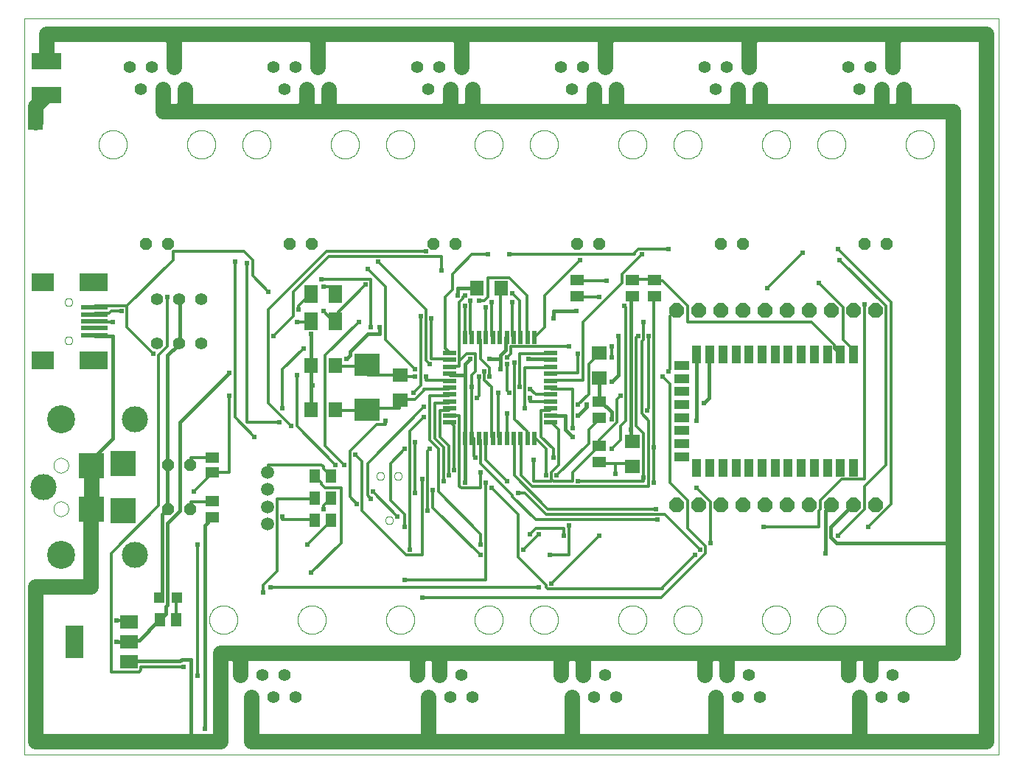
<source format=gtl>
G75*
%MOIN*%
%OFA0B0*%
%FSLAX24Y24*%
%IPPOS*%
%LPD*%
%AMOC8*
5,1,8,0,0,1.08239X$1,22.5*
%
%ADD10C,0.0000*%
%ADD11C,0.0554*%
%ADD12OC8,0.0520*%
%ADD13R,0.0472X0.0472*%
%ADD14R,0.0512X0.0591*%
%ADD15C,0.1181*%
%ADD16C,0.1266*%
%ADD17R,0.1181X0.1181*%
%ADD18R,0.0591X0.0512*%
%ADD19R,0.1339X0.0748*%
%ADD20R,0.0709X0.0630*%
%ADD21C,0.0551*%
%ADD22R,0.0197X0.0591*%
%ADD23R,0.0591X0.0197*%
%ADD24R,0.0630X0.0709*%
%ADD25R,0.0710X0.0630*%
%ADD26R,0.0630X0.0512*%
%ADD27R,0.1181X0.0984*%
%ADD28R,0.0984X0.0787*%
%ADD29R,0.1299X0.0787*%
%ADD30R,0.1220X0.0197*%
%ADD31R,0.0630X0.0787*%
%ADD32R,0.0394X0.0787*%
%ADD33R,0.0709X0.0394*%
%ADD34R,0.0790X0.0590*%
%ADD35R,0.0790X0.1500*%
%ADD36R,0.0512X0.0630*%
%ADD37C,0.0594*%
%ADD38OC8,0.0660*%
%ADD39C,0.0700*%
%ADD40C,0.0180*%
%ADD41C,0.0240*%
%ADD42C,0.0120*%
%ADD43R,0.0650X0.0650*%
D10*
X003100Y002000D02*
X003100Y035296D01*
X047170Y035296D01*
X047170Y002000D01*
X003100Y002000D01*
X011460Y008100D02*
X011462Y008150D01*
X011468Y008200D01*
X011478Y008249D01*
X011491Y008298D01*
X011509Y008345D01*
X011530Y008391D01*
X011554Y008434D01*
X011582Y008476D01*
X011613Y008516D01*
X011647Y008553D01*
X011684Y008587D01*
X011724Y008618D01*
X011766Y008646D01*
X011809Y008670D01*
X011855Y008691D01*
X011902Y008709D01*
X011951Y008722D01*
X012000Y008732D01*
X012050Y008738D01*
X012100Y008740D01*
X012150Y008738D01*
X012200Y008732D01*
X012249Y008722D01*
X012298Y008709D01*
X012345Y008691D01*
X012391Y008670D01*
X012434Y008646D01*
X012476Y008618D01*
X012516Y008587D01*
X012553Y008553D01*
X012587Y008516D01*
X012618Y008476D01*
X012646Y008434D01*
X012670Y008391D01*
X012691Y008345D01*
X012709Y008298D01*
X012722Y008249D01*
X012732Y008200D01*
X012738Y008150D01*
X012740Y008100D01*
X012738Y008050D01*
X012732Y008000D01*
X012722Y007951D01*
X012709Y007902D01*
X012691Y007855D01*
X012670Y007809D01*
X012646Y007766D01*
X012618Y007724D01*
X012587Y007684D01*
X012553Y007647D01*
X012516Y007613D01*
X012476Y007582D01*
X012434Y007554D01*
X012391Y007530D01*
X012345Y007509D01*
X012298Y007491D01*
X012249Y007478D01*
X012200Y007468D01*
X012150Y007462D01*
X012100Y007460D01*
X012050Y007462D01*
X012000Y007468D01*
X011951Y007478D01*
X011902Y007491D01*
X011855Y007509D01*
X011809Y007530D01*
X011766Y007554D01*
X011724Y007582D01*
X011684Y007613D01*
X011647Y007647D01*
X011613Y007684D01*
X011582Y007724D01*
X011554Y007766D01*
X011530Y007809D01*
X011509Y007855D01*
X011491Y007902D01*
X011478Y007951D01*
X011468Y008000D01*
X011462Y008050D01*
X011460Y008100D01*
X015460Y008100D02*
X015462Y008150D01*
X015468Y008200D01*
X015478Y008249D01*
X015491Y008298D01*
X015509Y008345D01*
X015530Y008391D01*
X015554Y008434D01*
X015582Y008476D01*
X015613Y008516D01*
X015647Y008553D01*
X015684Y008587D01*
X015724Y008618D01*
X015766Y008646D01*
X015809Y008670D01*
X015855Y008691D01*
X015902Y008709D01*
X015951Y008722D01*
X016000Y008732D01*
X016050Y008738D01*
X016100Y008740D01*
X016150Y008738D01*
X016200Y008732D01*
X016249Y008722D01*
X016298Y008709D01*
X016345Y008691D01*
X016391Y008670D01*
X016434Y008646D01*
X016476Y008618D01*
X016516Y008587D01*
X016553Y008553D01*
X016587Y008516D01*
X016618Y008476D01*
X016646Y008434D01*
X016670Y008391D01*
X016691Y008345D01*
X016709Y008298D01*
X016722Y008249D01*
X016732Y008200D01*
X016738Y008150D01*
X016740Y008100D01*
X016738Y008050D01*
X016732Y008000D01*
X016722Y007951D01*
X016709Y007902D01*
X016691Y007855D01*
X016670Y007809D01*
X016646Y007766D01*
X016618Y007724D01*
X016587Y007684D01*
X016553Y007647D01*
X016516Y007613D01*
X016476Y007582D01*
X016434Y007554D01*
X016391Y007530D01*
X016345Y007509D01*
X016298Y007491D01*
X016249Y007478D01*
X016200Y007468D01*
X016150Y007462D01*
X016100Y007460D01*
X016050Y007462D01*
X016000Y007468D01*
X015951Y007478D01*
X015902Y007491D01*
X015855Y007509D01*
X015809Y007530D01*
X015766Y007554D01*
X015724Y007582D01*
X015684Y007613D01*
X015647Y007647D01*
X015613Y007684D01*
X015582Y007724D01*
X015554Y007766D01*
X015530Y007809D01*
X015509Y007855D01*
X015491Y007902D01*
X015478Y007951D01*
X015468Y008000D01*
X015462Y008050D01*
X015460Y008100D01*
X019460Y008100D02*
X019462Y008150D01*
X019468Y008200D01*
X019478Y008249D01*
X019491Y008298D01*
X019509Y008345D01*
X019530Y008391D01*
X019554Y008434D01*
X019582Y008476D01*
X019613Y008516D01*
X019647Y008553D01*
X019684Y008587D01*
X019724Y008618D01*
X019766Y008646D01*
X019809Y008670D01*
X019855Y008691D01*
X019902Y008709D01*
X019951Y008722D01*
X020000Y008732D01*
X020050Y008738D01*
X020100Y008740D01*
X020150Y008738D01*
X020200Y008732D01*
X020249Y008722D01*
X020298Y008709D01*
X020345Y008691D01*
X020391Y008670D01*
X020434Y008646D01*
X020476Y008618D01*
X020516Y008587D01*
X020553Y008553D01*
X020587Y008516D01*
X020618Y008476D01*
X020646Y008434D01*
X020670Y008391D01*
X020691Y008345D01*
X020709Y008298D01*
X020722Y008249D01*
X020732Y008200D01*
X020738Y008150D01*
X020740Y008100D01*
X020738Y008050D01*
X020732Y008000D01*
X020722Y007951D01*
X020709Y007902D01*
X020691Y007855D01*
X020670Y007809D01*
X020646Y007766D01*
X020618Y007724D01*
X020587Y007684D01*
X020553Y007647D01*
X020516Y007613D01*
X020476Y007582D01*
X020434Y007554D01*
X020391Y007530D01*
X020345Y007509D01*
X020298Y007491D01*
X020249Y007478D01*
X020200Y007468D01*
X020150Y007462D01*
X020100Y007460D01*
X020050Y007462D01*
X020000Y007468D01*
X019951Y007478D01*
X019902Y007491D01*
X019855Y007509D01*
X019809Y007530D01*
X019766Y007554D01*
X019724Y007582D01*
X019684Y007613D01*
X019647Y007647D01*
X019613Y007684D01*
X019582Y007724D01*
X019554Y007766D01*
X019530Y007809D01*
X019509Y007855D01*
X019491Y007902D01*
X019478Y007951D01*
X019468Y008000D01*
X019462Y008050D01*
X019460Y008100D01*
X023460Y008100D02*
X023462Y008150D01*
X023468Y008200D01*
X023478Y008249D01*
X023491Y008298D01*
X023509Y008345D01*
X023530Y008391D01*
X023554Y008434D01*
X023582Y008476D01*
X023613Y008516D01*
X023647Y008553D01*
X023684Y008587D01*
X023724Y008618D01*
X023766Y008646D01*
X023809Y008670D01*
X023855Y008691D01*
X023902Y008709D01*
X023951Y008722D01*
X024000Y008732D01*
X024050Y008738D01*
X024100Y008740D01*
X024150Y008738D01*
X024200Y008732D01*
X024249Y008722D01*
X024298Y008709D01*
X024345Y008691D01*
X024391Y008670D01*
X024434Y008646D01*
X024476Y008618D01*
X024516Y008587D01*
X024553Y008553D01*
X024587Y008516D01*
X024618Y008476D01*
X024646Y008434D01*
X024670Y008391D01*
X024691Y008345D01*
X024709Y008298D01*
X024722Y008249D01*
X024732Y008200D01*
X024738Y008150D01*
X024740Y008100D01*
X024738Y008050D01*
X024732Y008000D01*
X024722Y007951D01*
X024709Y007902D01*
X024691Y007855D01*
X024670Y007809D01*
X024646Y007766D01*
X024618Y007724D01*
X024587Y007684D01*
X024553Y007647D01*
X024516Y007613D01*
X024476Y007582D01*
X024434Y007554D01*
X024391Y007530D01*
X024345Y007509D01*
X024298Y007491D01*
X024249Y007478D01*
X024200Y007468D01*
X024150Y007462D01*
X024100Y007460D01*
X024050Y007462D01*
X024000Y007468D01*
X023951Y007478D01*
X023902Y007491D01*
X023855Y007509D01*
X023809Y007530D01*
X023766Y007554D01*
X023724Y007582D01*
X023684Y007613D01*
X023647Y007647D01*
X023613Y007684D01*
X023582Y007724D01*
X023554Y007766D01*
X023530Y007809D01*
X023509Y007855D01*
X023491Y007902D01*
X023478Y007951D01*
X023468Y008000D01*
X023462Y008050D01*
X023460Y008100D01*
X025960Y008100D02*
X025962Y008150D01*
X025968Y008200D01*
X025978Y008249D01*
X025991Y008298D01*
X026009Y008345D01*
X026030Y008391D01*
X026054Y008434D01*
X026082Y008476D01*
X026113Y008516D01*
X026147Y008553D01*
X026184Y008587D01*
X026224Y008618D01*
X026266Y008646D01*
X026309Y008670D01*
X026355Y008691D01*
X026402Y008709D01*
X026451Y008722D01*
X026500Y008732D01*
X026550Y008738D01*
X026600Y008740D01*
X026650Y008738D01*
X026700Y008732D01*
X026749Y008722D01*
X026798Y008709D01*
X026845Y008691D01*
X026891Y008670D01*
X026934Y008646D01*
X026976Y008618D01*
X027016Y008587D01*
X027053Y008553D01*
X027087Y008516D01*
X027118Y008476D01*
X027146Y008434D01*
X027170Y008391D01*
X027191Y008345D01*
X027209Y008298D01*
X027222Y008249D01*
X027232Y008200D01*
X027238Y008150D01*
X027240Y008100D01*
X027238Y008050D01*
X027232Y008000D01*
X027222Y007951D01*
X027209Y007902D01*
X027191Y007855D01*
X027170Y007809D01*
X027146Y007766D01*
X027118Y007724D01*
X027087Y007684D01*
X027053Y007647D01*
X027016Y007613D01*
X026976Y007582D01*
X026934Y007554D01*
X026891Y007530D01*
X026845Y007509D01*
X026798Y007491D01*
X026749Y007478D01*
X026700Y007468D01*
X026650Y007462D01*
X026600Y007460D01*
X026550Y007462D01*
X026500Y007468D01*
X026451Y007478D01*
X026402Y007491D01*
X026355Y007509D01*
X026309Y007530D01*
X026266Y007554D01*
X026224Y007582D01*
X026184Y007613D01*
X026147Y007647D01*
X026113Y007684D01*
X026082Y007724D01*
X026054Y007766D01*
X026030Y007809D01*
X026009Y007855D01*
X025991Y007902D01*
X025978Y007951D01*
X025968Y008000D01*
X025962Y008050D01*
X025960Y008100D01*
X029960Y008100D02*
X029962Y008150D01*
X029968Y008200D01*
X029978Y008249D01*
X029991Y008298D01*
X030009Y008345D01*
X030030Y008391D01*
X030054Y008434D01*
X030082Y008476D01*
X030113Y008516D01*
X030147Y008553D01*
X030184Y008587D01*
X030224Y008618D01*
X030266Y008646D01*
X030309Y008670D01*
X030355Y008691D01*
X030402Y008709D01*
X030451Y008722D01*
X030500Y008732D01*
X030550Y008738D01*
X030600Y008740D01*
X030650Y008738D01*
X030700Y008732D01*
X030749Y008722D01*
X030798Y008709D01*
X030845Y008691D01*
X030891Y008670D01*
X030934Y008646D01*
X030976Y008618D01*
X031016Y008587D01*
X031053Y008553D01*
X031087Y008516D01*
X031118Y008476D01*
X031146Y008434D01*
X031170Y008391D01*
X031191Y008345D01*
X031209Y008298D01*
X031222Y008249D01*
X031232Y008200D01*
X031238Y008150D01*
X031240Y008100D01*
X031238Y008050D01*
X031232Y008000D01*
X031222Y007951D01*
X031209Y007902D01*
X031191Y007855D01*
X031170Y007809D01*
X031146Y007766D01*
X031118Y007724D01*
X031087Y007684D01*
X031053Y007647D01*
X031016Y007613D01*
X030976Y007582D01*
X030934Y007554D01*
X030891Y007530D01*
X030845Y007509D01*
X030798Y007491D01*
X030749Y007478D01*
X030700Y007468D01*
X030650Y007462D01*
X030600Y007460D01*
X030550Y007462D01*
X030500Y007468D01*
X030451Y007478D01*
X030402Y007491D01*
X030355Y007509D01*
X030309Y007530D01*
X030266Y007554D01*
X030224Y007582D01*
X030184Y007613D01*
X030147Y007647D01*
X030113Y007684D01*
X030082Y007724D01*
X030054Y007766D01*
X030030Y007809D01*
X030009Y007855D01*
X029991Y007902D01*
X029978Y007951D01*
X029968Y008000D01*
X029962Y008050D01*
X029960Y008100D01*
X032460Y008100D02*
X032462Y008150D01*
X032468Y008200D01*
X032478Y008249D01*
X032491Y008298D01*
X032509Y008345D01*
X032530Y008391D01*
X032554Y008434D01*
X032582Y008476D01*
X032613Y008516D01*
X032647Y008553D01*
X032684Y008587D01*
X032724Y008618D01*
X032766Y008646D01*
X032809Y008670D01*
X032855Y008691D01*
X032902Y008709D01*
X032951Y008722D01*
X033000Y008732D01*
X033050Y008738D01*
X033100Y008740D01*
X033150Y008738D01*
X033200Y008732D01*
X033249Y008722D01*
X033298Y008709D01*
X033345Y008691D01*
X033391Y008670D01*
X033434Y008646D01*
X033476Y008618D01*
X033516Y008587D01*
X033553Y008553D01*
X033587Y008516D01*
X033618Y008476D01*
X033646Y008434D01*
X033670Y008391D01*
X033691Y008345D01*
X033709Y008298D01*
X033722Y008249D01*
X033732Y008200D01*
X033738Y008150D01*
X033740Y008100D01*
X033738Y008050D01*
X033732Y008000D01*
X033722Y007951D01*
X033709Y007902D01*
X033691Y007855D01*
X033670Y007809D01*
X033646Y007766D01*
X033618Y007724D01*
X033587Y007684D01*
X033553Y007647D01*
X033516Y007613D01*
X033476Y007582D01*
X033434Y007554D01*
X033391Y007530D01*
X033345Y007509D01*
X033298Y007491D01*
X033249Y007478D01*
X033200Y007468D01*
X033150Y007462D01*
X033100Y007460D01*
X033050Y007462D01*
X033000Y007468D01*
X032951Y007478D01*
X032902Y007491D01*
X032855Y007509D01*
X032809Y007530D01*
X032766Y007554D01*
X032724Y007582D01*
X032684Y007613D01*
X032647Y007647D01*
X032613Y007684D01*
X032582Y007724D01*
X032554Y007766D01*
X032530Y007809D01*
X032509Y007855D01*
X032491Y007902D01*
X032478Y007951D01*
X032468Y008000D01*
X032462Y008050D01*
X032460Y008100D01*
X036460Y008100D02*
X036462Y008150D01*
X036468Y008200D01*
X036478Y008249D01*
X036491Y008298D01*
X036509Y008345D01*
X036530Y008391D01*
X036554Y008434D01*
X036582Y008476D01*
X036613Y008516D01*
X036647Y008553D01*
X036684Y008587D01*
X036724Y008618D01*
X036766Y008646D01*
X036809Y008670D01*
X036855Y008691D01*
X036902Y008709D01*
X036951Y008722D01*
X037000Y008732D01*
X037050Y008738D01*
X037100Y008740D01*
X037150Y008738D01*
X037200Y008732D01*
X037249Y008722D01*
X037298Y008709D01*
X037345Y008691D01*
X037391Y008670D01*
X037434Y008646D01*
X037476Y008618D01*
X037516Y008587D01*
X037553Y008553D01*
X037587Y008516D01*
X037618Y008476D01*
X037646Y008434D01*
X037670Y008391D01*
X037691Y008345D01*
X037709Y008298D01*
X037722Y008249D01*
X037732Y008200D01*
X037738Y008150D01*
X037740Y008100D01*
X037738Y008050D01*
X037732Y008000D01*
X037722Y007951D01*
X037709Y007902D01*
X037691Y007855D01*
X037670Y007809D01*
X037646Y007766D01*
X037618Y007724D01*
X037587Y007684D01*
X037553Y007647D01*
X037516Y007613D01*
X037476Y007582D01*
X037434Y007554D01*
X037391Y007530D01*
X037345Y007509D01*
X037298Y007491D01*
X037249Y007478D01*
X037200Y007468D01*
X037150Y007462D01*
X037100Y007460D01*
X037050Y007462D01*
X037000Y007468D01*
X036951Y007478D01*
X036902Y007491D01*
X036855Y007509D01*
X036809Y007530D01*
X036766Y007554D01*
X036724Y007582D01*
X036684Y007613D01*
X036647Y007647D01*
X036613Y007684D01*
X036582Y007724D01*
X036554Y007766D01*
X036530Y007809D01*
X036509Y007855D01*
X036491Y007902D01*
X036478Y007951D01*
X036468Y008000D01*
X036462Y008050D01*
X036460Y008100D01*
X038960Y008100D02*
X038962Y008150D01*
X038968Y008200D01*
X038978Y008249D01*
X038991Y008298D01*
X039009Y008345D01*
X039030Y008391D01*
X039054Y008434D01*
X039082Y008476D01*
X039113Y008516D01*
X039147Y008553D01*
X039184Y008587D01*
X039224Y008618D01*
X039266Y008646D01*
X039309Y008670D01*
X039355Y008691D01*
X039402Y008709D01*
X039451Y008722D01*
X039500Y008732D01*
X039550Y008738D01*
X039600Y008740D01*
X039650Y008738D01*
X039700Y008732D01*
X039749Y008722D01*
X039798Y008709D01*
X039845Y008691D01*
X039891Y008670D01*
X039934Y008646D01*
X039976Y008618D01*
X040016Y008587D01*
X040053Y008553D01*
X040087Y008516D01*
X040118Y008476D01*
X040146Y008434D01*
X040170Y008391D01*
X040191Y008345D01*
X040209Y008298D01*
X040222Y008249D01*
X040232Y008200D01*
X040238Y008150D01*
X040240Y008100D01*
X040238Y008050D01*
X040232Y008000D01*
X040222Y007951D01*
X040209Y007902D01*
X040191Y007855D01*
X040170Y007809D01*
X040146Y007766D01*
X040118Y007724D01*
X040087Y007684D01*
X040053Y007647D01*
X040016Y007613D01*
X039976Y007582D01*
X039934Y007554D01*
X039891Y007530D01*
X039845Y007509D01*
X039798Y007491D01*
X039749Y007478D01*
X039700Y007468D01*
X039650Y007462D01*
X039600Y007460D01*
X039550Y007462D01*
X039500Y007468D01*
X039451Y007478D01*
X039402Y007491D01*
X039355Y007509D01*
X039309Y007530D01*
X039266Y007554D01*
X039224Y007582D01*
X039184Y007613D01*
X039147Y007647D01*
X039113Y007684D01*
X039082Y007724D01*
X039054Y007766D01*
X039030Y007809D01*
X039009Y007855D01*
X038991Y007902D01*
X038978Y007951D01*
X038968Y008000D01*
X038962Y008050D01*
X038960Y008100D01*
X042960Y008100D02*
X042962Y008150D01*
X042968Y008200D01*
X042978Y008249D01*
X042991Y008298D01*
X043009Y008345D01*
X043030Y008391D01*
X043054Y008434D01*
X043082Y008476D01*
X043113Y008516D01*
X043147Y008553D01*
X043184Y008587D01*
X043224Y008618D01*
X043266Y008646D01*
X043309Y008670D01*
X043355Y008691D01*
X043402Y008709D01*
X043451Y008722D01*
X043500Y008732D01*
X043550Y008738D01*
X043600Y008740D01*
X043650Y008738D01*
X043700Y008732D01*
X043749Y008722D01*
X043798Y008709D01*
X043845Y008691D01*
X043891Y008670D01*
X043934Y008646D01*
X043976Y008618D01*
X044016Y008587D01*
X044053Y008553D01*
X044087Y008516D01*
X044118Y008476D01*
X044146Y008434D01*
X044170Y008391D01*
X044191Y008345D01*
X044209Y008298D01*
X044222Y008249D01*
X044232Y008200D01*
X044238Y008150D01*
X044240Y008100D01*
X044238Y008050D01*
X044232Y008000D01*
X044222Y007951D01*
X044209Y007902D01*
X044191Y007855D01*
X044170Y007809D01*
X044146Y007766D01*
X044118Y007724D01*
X044087Y007684D01*
X044053Y007647D01*
X044016Y007613D01*
X043976Y007582D01*
X043934Y007554D01*
X043891Y007530D01*
X043845Y007509D01*
X043798Y007491D01*
X043749Y007478D01*
X043700Y007468D01*
X043650Y007462D01*
X043600Y007460D01*
X043550Y007462D01*
X043500Y007468D01*
X043451Y007478D01*
X043402Y007491D01*
X043355Y007509D01*
X043309Y007530D01*
X043266Y007554D01*
X043224Y007582D01*
X043184Y007613D01*
X043147Y007647D01*
X043113Y007684D01*
X043082Y007724D01*
X043054Y007766D01*
X043030Y007809D01*
X043009Y007855D01*
X042991Y007902D01*
X042978Y007951D01*
X042968Y008000D01*
X042962Y008050D01*
X042960Y008100D01*
X019825Y014600D02*
X019827Y014626D01*
X019833Y014652D01*
X019842Y014676D01*
X019855Y014699D01*
X019872Y014719D01*
X019891Y014737D01*
X019913Y014752D01*
X019936Y014763D01*
X019961Y014771D01*
X019987Y014775D01*
X020013Y014775D01*
X020039Y014771D01*
X020064Y014763D01*
X020088Y014752D01*
X020109Y014737D01*
X020128Y014719D01*
X020145Y014699D01*
X020158Y014676D01*
X020167Y014652D01*
X020173Y014626D01*
X020175Y014600D01*
X020173Y014574D01*
X020167Y014548D01*
X020158Y014524D01*
X020145Y014501D01*
X020128Y014481D01*
X020109Y014463D01*
X020087Y014448D01*
X020064Y014437D01*
X020039Y014429D01*
X020013Y014425D01*
X019987Y014425D01*
X019961Y014429D01*
X019936Y014437D01*
X019912Y014448D01*
X019891Y014463D01*
X019872Y014481D01*
X019855Y014501D01*
X019842Y014524D01*
X019833Y014548D01*
X019827Y014574D01*
X019825Y014600D01*
X019025Y014600D02*
X019027Y014626D01*
X019033Y014652D01*
X019042Y014676D01*
X019055Y014699D01*
X019072Y014719D01*
X019091Y014737D01*
X019113Y014752D01*
X019136Y014763D01*
X019161Y014771D01*
X019187Y014775D01*
X019213Y014775D01*
X019239Y014771D01*
X019264Y014763D01*
X019288Y014752D01*
X019309Y014737D01*
X019328Y014719D01*
X019345Y014699D01*
X019358Y014676D01*
X019367Y014652D01*
X019373Y014626D01*
X019375Y014600D01*
X019373Y014574D01*
X019367Y014548D01*
X019358Y014524D01*
X019345Y014501D01*
X019328Y014481D01*
X019309Y014463D01*
X019287Y014448D01*
X019264Y014437D01*
X019239Y014429D01*
X019213Y014425D01*
X019187Y014425D01*
X019161Y014429D01*
X019136Y014437D01*
X019112Y014448D01*
X019091Y014463D01*
X019072Y014481D01*
X019055Y014501D01*
X019042Y014524D01*
X019033Y014548D01*
X019027Y014574D01*
X019025Y014600D01*
X019425Y012600D02*
X019427Y012626D01*
X019433Y012652D01*
X019442Y012676D01*
X019455Y012699D01*
X019472Y012719D01*
X019491Y012737D01*
X019513Y012752D01*
X019536Y012763D01*
X019561Y012771D01*
X019587Y012775D01*
X019613Y012775D01*
X019639Y012771D01*
X019664Y012763D01*
X019688Y012752D01*
X019709Y012737D01*
X019728Y012719D01*
X019745Y012699D01*
X019758Y012676D01*
X019767Y012652D01*
X019773Y012626D01*
X019775Y012600D01*
X019773Y012574D01*
X019767Y012548D01*
X019758Y012524D01*
X019745Y012501D01*
X019728Y012481D01*
X019709Y012463D01*
X019687Y012448D01*
X019664Y012437D01*
X019639Y012429D01*
X019613Y012425D01*
X019587Y012425D01*
X019561Y012429D01*
X019536Y012437D01*
X019512Y012448D01*
X019491Y012463D01*
X019472Y012481D01*
X019455Y012501D01*
X019442Y012524D01*
X019433Y012548D01*
X019427Y012574D01*
X019425Y012600D01*
X004923Y020734D02*
X004925Y020760D01*
X004931Y020786D01*
X004941Y020811D01*
X004954Y020834D01*
X004970Y020854D01*
X004990Y020872D01*
X005012Y020887D01*
X005035Y020899D01*
X005061Y020907D01*
X005087Y020911D01*
X005113Y020911D01*
X005139Y020907D01*
X005165Y020899D01*
X005189Y020887D01*
X005210Y020872D01*
X005230Y020854D01*
X005246Y020834D01*
X005259Y020811D01*
X005269Y020786D01*
X005275Y020760D01*
X005277Y020734D01*
X005275Y020708D01*
X005269Y020682D01*
X005259Y020657D01*
X005246Y020634D01*
X005230Y020614D01*
X005210Y020596D01*
X005188Y020581D01*
X005165Y020569D01*
X005139Y020561D01*
X005113Y020557D01*
X005087Y020557D01*
X005061Y020561D01*
X005035Y020569D01*
X005011Y020581D01*
X004990Y020596D01*
X004970Y020614D01*
X004954Y020634D01*
X004941Y020657D01*
X004931Y020682D01*
X004925Y020708D01*
X004923Y020734D01*
X004923Y022466D02*
X004925Y022492D01*
X004931Y022518D01*
X004941Y022543D01*
X004954Y022566D01*
X004970Y022586D01*
X004990Y022604D01*
X005012Y022619D01*
X005035Y022631D01*
X005061Y022639D01*
X005087Y022643D01*
X005113Y022643D01*
X005139Y022639D01*
X005165Y022631D01*
X005189Y022619D01*
X005210Y022604D01*
X005230Y022586D01*
X005246Y022566D01*
X005259Y022543D01*
X005269Y022518D01*
X005275Y022492D01*
X005277Y022466D01*
X005275Y022440D01*
X005269Y022414D01*
X005259Y022389D01*
X005246Y022366D01*
X005230Y022346D01*
X005210Y022328D01*
X005188Y022313D01*
X005165Y022301D01*
X005139Y022293D01*
X005113Y022289D01*
X005087Y022289D01*
X005061Y022293D01*
X005035Y022301D01*
X005011Y022313D01*
X004990Y022328D01*
X004970Y022346D01*
X004954Y022366D01*
X004941Y022389D01*
X004931Y022414D01*
X004925Y022440D01*
X004923Y022466D01*
X004419Y015084D02*
X004421Y015120D01*
X004427Y015156D01*
X004437Y015191D01*
X004450Y015225D01*
X004467Y015257D01*
X004487Y015287D01*
X004511Y015314D01*
X004537Y015339D01*
X004566Y015361D01*
X004597Y015380D01*
X004630Y015395D01*
X004664Y015407D01*
X004700Y015415D01*
X004736Y015419D01*
X004772Y015419D01*
X004808Y015415D01*
X004844Y015407D01*
X004878Y015395D01*
X004911Y015380D01*
X004942Y015361D01*
X004971Y015339D01*
X004997Y015314D01*
X005021Y015287D01*
X005041Y015257D01*
X005058Y015225D01*
X005071Y015191D01*
X005081Y015156D01*
X005087Y015120D01*
X005089Y015084D01*
X005087Y015048D01*
X005081Y015012D01*
X005071Y014977D01*
X005058Y014943D01*
X005041Y014911D01*
X005021Y014881D01*
X004997Y014854D01*
X004971Y014829D01*
X004942Y014807D01*
X004911Y014788D01*
X004878Y014773D01*
X004844Y014761D01*
X004808Y014753D01*
X004772Y014749D01*
X004736Y014749D01*
X004700Y014753D01*
X004664Y014761D01*
X004630Y014773D01*
X004597Y014788D01*
X004566Y014807D01*
X004537Y014829D01*
X004511Y014854D01*
X004487Y014881D01*
X004467Y014911D01*
X004450Y014943D01*
X004437Y014977D01*
X004427Y015012D01*
X004421Y015048D01*
X004419Y015084D01*
X004419Y013116D02*
X004421Y013152D01*
X004427Y013188D01*
X004437Y013223D01*
X004450Y013257D01*
X004467Y013289D01*
X004487Y013319D01*
X004511Y013346D01*
X004537Y013371D01*
X004566Y013393D01*
X004597Y013412D01*
X004630Y013427D01*
X004664Y013439D01*
X004700Y013447D01*
X004736Y013451D01*
X004772Y013451D01*
X004808Y013447D01*
X004844Y013439D01*
X004878Y013427D01*
X004911Y013412D01*
X004942Y013393D01*
X004971Y013371D01*
X004997Y013346D01*
X005021Y013319D01*
X005041Y013289D01*
X005058Y013257D01*
X005071Y013223D01*
X005081Y013188D01*
X005087Y013152D01*
X005089Y013116D01*
X005087Y013080D01*
X005081Y013044D01*
X005071Y013009D01*
X005058Y012975D01*
X005041Y012943D01*
X005021Y012913D01*
X004997Y012886D01*
X004971Y012861D01*
X004942Y012839D01*
X004911Y012820D01*
X004878Y012805D01*
X004844Y012793D01*
X004808Y012785D01*
X004772Y012781D01*
X004736Y012781D01*
X004700Y012785D01*
X004664Y012793D01*
X004630Y012805D01*
X004597Y012820D01*
X004566Y012839D01*
X004537Y012861D01*
X004511Y012886D01*
X004487Y012913D01*
X004467Y012943D01*
X004450Y012975D01*
X004437Y013009D01*
X004427Y013044D01*
X004421Y013080D01*
X004419Y013116D01*
X006460Y029600D02*
X006462Y029650D01*
X006468Y029700D01*
X006478Y029749D01*
X006491Y029798D01*
X006509Y029845D01*
X006530Y029891D01*
X006554Y029934D01*
X006582Y029976D01*
X006613Y030016D01*
X006647Y030053D01*
X006684Y030087D01*
X006724Y030118D01*
X006766Y030146D01*
X006809Y030170D01*
X006855Y030191D01*
X006902Y030209D01*
X006951Y030222D01*
X007000Y030232D01*
X007050Y030238D01*
X007100Y030240D01*
X007150Y030238D01*
X007200Y030232D01*
X007249Y030222D01*
X007298Y030209D01*
X007345Y030191D01*
X007391Y030170D01*
X007434Y030146D01*
X007476Y030118D01*
X007516Y030087D01*
X007553Y030053D01*
X007587Y030016D01*
X007618Y029976D01*
X007646Y029934D01*
X007670Y029891D01*
X007691Y029845D01*
X007709Y029798D01*
X007722Y029749D01*
X007732Y029700D01*
X007738Y029650D01*
X007740Y029600D01*
X007738Y029550D01*
X007732Y029500D01*
X007722Y029451D01*
X007709Y029402D01*
X007691Y029355D01*
X007670Y029309D01*
X007646Y029266D01*
X007618Y029224D01*
X007587Y029184D01*
X007553Y029147D01*
X007516Y029113D01*
X007476Y029082D01*
X007434Y029054D01*
X007391Y029030D01*
X007345Y029009D01*
X007298Y028991D01*
X007249Y028978D01*
X007200Y028968D01*
X007150Y028962D01*
X007100Y028960D01*
X007050Y028962D01*
X007000Y028968D01*
X006951Y028978D01*
X006902Y028991D01*
X006855Y029009D01*
X006809Y029030D01*
X006766Y029054D01*
X006724Y029082D01*
X006684Y029113D01*
X006647Y029147D01*
X006613Y029184D01*
X006582Y029224D01*
X006554Y029266D01*
X006530Y029309D01*
X006509Y029355D01*
X006491Y029402D01*
X006478Y029451D01*
X006468Y029500D01*
X006462Y029550D01*
X006460Y029600D01*
X010460Y029600D02*
X010462Y029650D01*
X010468Y029700D01*
X010478Y029749D01*
X010491Y029798D01*
X010509Y029845D01*
X010530Y029891D01*
X010554Y029934D01*
X010582Y029976D01*
X010613Y030016D01*
X010647Y030053D01*
X010684Y030087D01*
X010724Y030118D01*
X010766Y030146D01*
X010809Y030170D01*
X010855Y030191D01*
X010902Y030209D01*
X010951Y030222D01*
X011000Y030232D01*
X011050Y030238D01*
X011100Y030240D01*
X011150Y030238D01*
X011200Y030232D01*
X011249Y030222D01*
X011298Y030209D01*
X011345Y030191D01*
X011391Y030170D01*
X011434Y030146D01*
X011476Y030118D01*
X011516Y030087D01*
X011553Y030053D01*
X011587Y030016D01*
X011618Y029976D01*
X011646Y029934D01*
X011670Y029891D01*
X011691Y029845D01*
X011709Y029798D01*
X011722Y029749D01*
X011732Y029700D01*
X011738Y029650D01*
X011740Y029600D01*
X011738Y029550D01*
X011732Y029500D01*
X011722Y029451D01*
X011709Y029402D01*
X011691Y029355D01*
X011670Y029309D01*
X011646Y029266D01*
X011618Y029224D01*
X011587Y029184D01*
X011553Y029147D01*
X011516Y029113D01*
X011476Y029082D01*
X011434Y029054D01*
X011391Y029030D01*
X011345Y029009D01*
X011298Y028991D01*
X011249Y028978D01*
X011200Y028968D01*
X011150Y028962D01*
X011100Y028960D01*
X011050Y028962D01*
X011000Y028968D01*
X010951Y028978D01*
X010902Y028991D01*
X010855Y029009D01*
X010809Y029030D01*
X010766Y029054D01*
X010724Y029082D01*
X010684Y029113D01*
X010647Y029147D01*
X010613Y029184D01*
X010582Y029224D01*
X010554Y029266D01*
X010530Y029309D01*
X010509Y029355D01*
X010491Y029402D01*
X010478Y029451D01*
X010468Y029500D01*
X010462Y029550D01*
X010460Y029600D01*
X012960Y029600D02*
X012962Y029650D01*
X012968Y029700D01*
X012978Y029749D01*
X012991Y029798D01*
X013009Y029845D01*
X013030Y029891D01*
X013054Y029934D01*
X013082Y029976D01*
X013113Y030016D01*
X013147Y030053D01*
X013184Y030087D01*
X013224Y030118D01*
X013266Y030146D01*
X013309Y030170D01*
X013355Y030191D01*
X013402Y030209D01*
X013451Y030222D01*
X013500Y030232D01*
X013550Y030238D01*
X013600Y030240D01*
X013650Y030238D01*
X013700Y030232D01*
X013749Y030222D01*
X013798Y030209D01*
X013845Y030191D01*
X013891Y030170D01*
X013934Y030146D01*
X013976Y030118D01*
X014016Y030087D01*
X014053Y030053D01*
X014087Y030016D01*
X014118Y029976D01*
X014146Y029934D01*
X014170Y029891D01*
X014191Y029845D01*
X014209Y029798D01*
X014222Y029749D01*
X014232Y029700D01*
X014238Y029650D01*
X014240Y029600D01*
X014238Y029550D01*
X014232Y029500D01*
X014222Y029451D01*
X014209Y029402D01*
X014191Y029355D01*
X014170Y029309D01*
X014146Y029266D01*
X014118Y029224D01*
X014087Y029184D01*
X014053Y029147D01*
X014016Y029113D01*
X013976Y029082D01*
X013934Y029054D01*
X013891Y029030D01*
X013845Y029009D01*
X013798Y028991D01*
X013749Y028978D01*
X013700Y028968D01*
X013650Y028962D01*
X013600Y028960D01*
X013550Y028962D01*
X013500Y028968D01*
X013451Y028978D01*
X013402Y028991D01*
X013355Y029009D01*
X013309Y029030D01*
X013266Y029054D01*
X013224Y029082D01*
X013184Y029113D01*
X013147Y029147D01*
X013113Y029184D01*
X013082Y029224D01*
X013054Y029266D01*
X013030Y029309D01*
X013009Y029355D01*
X012991Y029402D01*
X012978Y029451D01*
X012968Y029500D01*
X012962Y029550D01*
X012960Y029600D01*
X016960Y029600D02*
X016962Y029650D01*
X016968Y029700D01*
X016978Y029749D01*
X016991Y029798D01*
X017009Y029845D01*
X017030Y029891D01*
X017054Y029934D01*
X017082Y029976D01*
X017113Y030016D01*
X017147Y030053D01*
X017184Y030087D01*
X017224Y030118D01*
X017266Y030146D01*
X017309Y030170D01*
X017355Y030191D01*
X017402Y030209D01*
X017451Y030222D01*
X017500Y030232D01*
X017550Y030238D01*
X017600Y030240D01*
X017650Y030238D01*
X017700Y030232D01*
X017749Y030222D01*
X017798Y030209D01*
X017845Y030191D01*
X017891Y030170D01*
X017934Y030146D01*
X017976Y030118D01*
X018016Y030087D01*
X018053Y030053D01*
X018087Y030016D01*
X018118Y029976D01*
X018146Y029934D01*
X018170Y029891D01*
X018191Y029845D01*
X018209Y029798D01*
X018222Y029749D01*
X018232Y029700D01*
X018238Y029650D01*
X018240Y029600D01*
X018238Y029550D01*
X018232Y029500D01*
X018222Y029451D01*
X018209Y029402D01*
X018191Y029355D01*
X018170Y029309D01*
X018146Y029266D01*
X018118Y029224D01*
X018087Y029184D01*
X018053Y029147D01*
X018016Y029113D01*
X017976Y029082D01*
X017934Y029054D01*
X017891Y029030D01*
X017845Y029009D01*
X017798Y028991D01*
X017749Y028978D01*
X017700Y028968D01*
X017650Y028962D01*
X017600Y028960D01*
X017550Y028962D01*
X017500Y028968D01*
X017451Y028978D01*
X017402Y028991D01*
X017355Y029009D01*
X017309Y029030D01*
X017266Y029054D01*
X017224Y029082D01*
X017184Y029113D01*
X017147Y029147D01*
X017113Y029184D01*
X017082Y029224D01*
X017054Y029266D01*
X017030Y029309D01*
X017009Y029355D01*
X016991Y029402D01*
X016978Y029451D01*
X016968Y029500D01*
X016962Y029550D01*
X016960Y029600D01*
X019460Y029600D02*
X019462Y029650D01*
X019468Y029700D01*
X019478Y029749D01*
X019491Y029798D01*
X019509Y029845D01*
X019530Y029891D01*
X019554Y029934D01*
X019582Y029976D01*
X019613Y030016D01*
X019647Y030053D01*
X019684Y030087D01*
X019724Y030118D01*
X019766Y030146D01*
X019809Y030170D01*
X019855Y030191D01*
X019902Y030209D01*
X019951Y030222D01*
X020000Y030232D01*
X020050Y030238D01*
X020100Y030240D01*
X020150Y030238D01*
X020200Y030232D01*
X020249Y030222D01*
X020298Y030209D01*
X020345Y030191D01*
X020391Y030170D01*
X020434Y030146D01*
X020476Y030118D01*
X020516Y030087D01*
X020553Y030053D01*
X020587Y030016D01*
X020618Y029976D01*
X020646Y029934D01*
X020670Y029891D01*
X020691Y029845D01*
X020709Y029798D01*
X020722Y029749D01*
X020732Y029700D01*
X020738Y029650D01*
X020740Y029600D01*
X020738Y029550D01*
X020732Y029500D01*
X020722Y029451D01*
X020709Y029402D01*
X020691Y029355D01*
X020670Y029309D01*
X020646Y029266D01*
X020618Y029224D01*
X020587Y029184D01*
X020553Y029147D01*
X020516Y029113D01*
X020476Y029082D01*
X020434Y029054D01*
X020391Y029030D01*
X020345Y029009D01*
X020298Y028991D01*
X020249Y028978D01*
X020200Y028968D01*
X020150Y028962D01*
X020100Y028960D01*
X020050Y028962D01*
X020000Y028968D01*
X019951Y028978D01*
X019902Y028991D01*
X019855Y029009D01*
X019809Y029030D01*
X019766Y029054D01*
X019724Y029082D01*
X019684Y029113D01*
X019647Y029147D01*
X019613Y029184D01*
X019582Y029224D01*
X019554Y029266D01*
X019530Y029309D01*
X019509Y029355D01*
X019491Y029402D01*
X019478Y029451D01*
X019468Y029500D01*
X019462Y029550D01*
X019460Y029600D01*
X023460Y029600D02*
X023462Y029650D01*
X023468Y029700D01*
X023478Y029749D01*
X023491Y029798D01*
X023509Y029845D01*
X023530Y029891D01*
X023554Y029934D01*
X023582Y029976D01*
X023613Y030016D01*
X023647Y030053D01*
X023684Y030087D01*
X023724Y030118D01*
X023766Y030146D01*
X023809Y030170D01*
X023855Y030191D01*
X023902Y030209D01*
X023951Y030222D01*
X024000Y030232D01*
X024050Y030238D01*
X024100Y030240D01*
X024150Y030238D01*
X024200Y030232D01*
X024249Y030222D01*
X024298Y030209D01*
X024345Y030191D01*
X024391Y030170D01*
X024434Y030146D01*
X024476Y030118D01*
X024516Y030087D01*
X024553Y030053D01*
X024587Y030016D01*
X024618Y029976D01*
X024646Y029934D01*
X024670Y029891D01*
X024691Y029845D01*
X024709Y029798D01*
X024722Y029749D01*
X024732Y029700D01*
X024738Y029650D01*
X024740Y029600D01*
X024738Y029550D01*
X024732Y029500D01*
X024722Y029451D01*
X024709Y029402D01*
X024691Y029355D01*
X024670Y029309D01*
X024646Y029266D01*
X024618Y029224D01*
X024587Y029184D01*
X024553Y029147D01*
X024516Y029113D01*
X024476Y029082D01*
X024434Y029054D01*
X024391Y029030D01*
X024345Y029009D01*
X024298Y028991D01*
X024249Y028978D01*
X024200Y028968D01*
X024150Y028962D01*
X024100Y028960D01*
X024050Y028962D01*
X024000Y028968D01*
X023951Y028978D01*
X023902Y028991D01*
X023855Y029009D01*
X023809Y029030D01*
X023766Y029054D01*
X023724Y029082D01*
X023684Y029113D01*
X023647Y029147D01*
X023613Y029184D01*
X023582Y029224D01*
X023554Y029266D01*
X023530Y029309D01*
X023509Y029355D01*
X023491Y029402D01*
X023478Y029451D01*
X023468Y029500D01*
X023462Y029550D01*
X023460Y029600D01*
X025960Y029600D02*
X025962Y029650D01*
X025968Y029700D01*
X025978Y029749D01*
X025991Y029798D01*
X026009Y029845D01*
X026030Y029891D01*
X026054Y029934D01*
X026082Y029976D01*
X026113Y030016D01*
X026147Y030053D01*
X026184Y030087D01*
X026224Y030118D01*
X026266Y030146D01*
X026309Y030170D01*
X026355Y030191D01*
X026402Y030209D01*
X026451Y030222D01*
X026500Y030232D01*
X026550Y030238D01*
X026600Y030240D01*
X026650Y030238D01*
X026700Y030232D01*
X026749Y030222D01*
X026798Y030209D01*
X026845Y030191D01*
X026891Y030170D01*
X026934Y030146D01*
X026976Y030118D01*
X027016Y030087D01*
X027053Y030053D01*
X027087Y030016D01*
X027118Y029976D01*
X027146Y029934D01*
X027170Y029891D01*
X027191Y029845D01*
X027209Y029798D01*
X027222Y029749D01*
X027232Y029700D01*
X027238Y029650D01*
X027240Y029600D01*
X027238Y029550D01*
X027232Y029500D01*
X027222Y029451D01*
X027209Y029402D01*
X027191Y029355D01*
X027170Y029309D01*
X027146Y029266D01*
X027118Y029224D01*
X027087Y029184D01*
X027053Y029147D01*
X027016Y029113D01*
X026976Y029082D01*
X026934Y029054D01*
X026891Y029030D01*
X026845Y029009D01*
X026798Y028991D01*
X026749Y028978D01*
X026700Y028968D01*
X026650Y028962D01*
X026600Y028960D01*
X026550Y028962D01*
X026500Y028968D01*
X026451Y028978D01*
X026402Y028991D01*
X026355Y029009D01*
X026309Y029030D01*
X026266Y029054D01*
X026224Y029082D01*
X026184Y029113D01*
X026147Y029147D01*
X026113Y029184D01*
X026082Y029224D01*
X026054Y029266D01*
X026030Y029309D01*
X026009Y029355D01*
X025991Y029402D01*
X025978Y029451D01*
X025968Y029500D01*
X025962Y029550D01*
X025960Y029600D01*
X029960Y029600D02*
X029962Y029650D01*
X029968Y029700D01*
X029978Y029749D01*
X029991Y029798D01*
X030009Y029845D01*
X030030Y029891D01*
X030054Y029934D01*
X030082Y029976D01*
X030113Y030016D01*
X030147Y030053D01*
X030184Y030087D01*
X030224Y030118D01*
X030266Y030146D01*
X030309Y030170D01*
X030355Y030191D01*
X030402Y030209D01*
X030451Y030222D01*
X030500Y030232D01*
X030550Y030238D01*
X030600Y030240D01*
X030650Y030238D01*
X030700Y030232D01*
X030749Y030222D01*
X030798Y030209D01*
X030845Y030191D01*
X030891Y030170D01*
X030934Y030146D01*
X030976Y030118D01*
X031016Y030087D01*
X031053Y030053D01*
X031087Y030016D01*
X031118Y029976D01*
X031146Y029934D01*
X031170Y029891D01*
X031191Y029845D01*
X031209Y029798D01*
X031222Y029749D01*
X031232Y029700D01*
X031238Y029650D01*
X031240Y029600D01*
X031238Y029550D01*
X031232Y029500D01*
X031222Y029451D01*
X031209Y029402D01*
X031191Y029355D01*
X031170Y029309D01*
X031146Y029266D01*
X031118Y029224D01*
X031087Y029184D01*
X031053Y029147D01*
X031016Y029113D01*
X030976Y029082D01*
X030934Y029054D01*
X030891Y029030D01*
X030845Y029009D01*
X030798Y028991D01*
X030749Y028978D01*
X030700Y028968D01*
X030650Y028962D01*
X030600Y028960D01*
X030550Y028962D01*
X030500Y028968D01*
X030451Y028978D01*
X030402Y028991D01*
X030355Y029009D01*
X030309Y029030D01*
X030266Y029054D01*
X030224Y029082D01*
X030184Y029113D01*
X030147Y029147D01*
X030113Y029184D01*
X030082Y029224D01*
X030054Y029266D01*
X030030Y029309D01*
X030009Y029355D01*
X029991Y029402D01*
X029978Y029451D01*
X029968Y029500D01*
X029962Y029550D01*
X029960Y029600D01*
X032460Y029600D02*
X032462Y029650D01*
X032468Y029700D01*
X032478Y029749D01*
X032491Y029798D01*
X032509Y029845D01*
X032530Y029891D01*
X032554Y029934D01*
X032582Y029976D01*
X032613Y030016D01*
X032647Y030053D01*
X032684Y030087D01*
X032724Y030118D01*
X032766Y030146D01*
X032809Y030170D01*
X032855Y030191D01*
X032902Y030209D01*
X032951Y030222D01*
X033000Y030232D01*
X033050Y030238D01*
X033100Y030240D01*
X033150Y030238D01*
X033200Y030232D01*
X033249Y030222D01*
X033298Y030209D01*
X033345Y030191D01*
X033391Y030170D01*
X033434Y030146D01*
X033476Y030118D01*
X033516Y030087D01*
X033553Y030053D01*
X033587Y030016D01*
X033618Y029976D01*
X033646Y029934D01*
X033670Y029891D01*
X033691Y029845D01*
X033709Y029798D01*
X033722Y029749D01*
X033732Y029700D01*
X033738Y029650D01*
X033740Y029600D01*
X033738Y029550D01*
X033732Y029500D01*
X033722Y029451D01*
X033709Y029402D01*
X033691Y029355D01*
X033670Y029309D01*
X033646Y029266D01*
X033618Y029224D01*
X033587Y029184D01*
X033553Y029147D01*
X033516Y029113D01*
X033476Y029082D01*
X033434Y029054D01*
X033391Y029030D01*
X033345Y029009D01*
X033298Y028991D01*
X033249Y028978D01*
X033200Y028968D01*
X033150Y028962D01*
X033100Y028960D01*
X033050Y028962D01*
X033000Y028968D01*
X032951Y028978D01*
X032902Y028991D01*
X032855Y029009D01*
X032809Y029030D01*
X032766Y029054D01*
X032724Y029082D01*
X032684Y029113D01*
X032647Y029147D01*
X032613Y029184D01*
X032582Y029224D01*
X032554Y029266D01*
X032530Y029309D01*
X032509Y029355D01*
X032491Y029402D01*
X032478Y029451D01*
X032468Y029500D01*
X032462Y029550D01*
X032460Y029600D01*
X036460Y029600D02*
X036462Y029650D01*
X036468Y029700D01*
X036478Y029749D01*
X036491Y029798D01*
X036509Y029845D01*
X036530Y029891D01*
X036554Y029934D01*
X036582Y029976D01*
X036613Y030016D01*
X036647Y030053D01*
X036684Y030087D01*
X036724Y030118D01*
X036766Y030146D01*
X036809Y030170D01*
X036855Y030191D01*
X036902Y030209D01*
X036951Y030222D01*
X037000Y030232D01*
X037050Y030238D01*
X037100Y030240D01*
X037150Y030238D01*
X037200Y030232D01*
X037249Y030222D01*
X037298Y030209D01*
X037345Y030191D01*
X037391Y030170D01*
X037434Y030146D01*
X037476Y030118D01*
X037516Y030087D01*
X037553Y030053D01*
X037587Y030016D01*
X037618Y029976D01*
X037646Y029934D01*
X037670Y029891D01*
X037691Y029845D01*
X037709Y029798D01*
X037722Y029749D01*
X037732Y029700D01*
X037738Y029650D01*
X037740Y029600D01*
X037738Y029550D01*
X037732Y029500D01*
X037722Y029451D01*
X037709Y029402D01*
X037691Y029355D01*
X037670Y029309D01*
X037646Y029266D01*
X037618Y029224D01*
X037587Y029184D01*
X037553Y029147D01*
X037516Y029113D01*
X037476Y029082D01*
X037434Y029054D01*
X037391Y029030D01*
X037345Y029009D01*
X037298Y028991D01*
X037249Y028978D01*
X037200Y028968D01*
X037150Y028962D01*
X037100Y028960D01*
X037050Y028962D01*
X037000Y028968D01*
X036951Y028978D01*
X036902Y028991D01*
X036855Y029009D01*
X036809Y029030D01*
X036766Y029054D01*
X036724Y029082D01*
X036684Y029113D01*
X036647Y029147D01*
X036613Y029184D01*
X036582Y029224D01*
X036554Y029266D01*
X036530Y029309D01*
X036509Y029355D01*
X036491Y029402D01*
X036478Y029451D01*
X036468Y029500D01*
X036462Y029550D01*
X036460Y029600D01*
X038960Y029600D02*
X038962Y029650D01*
X038968Y029700D01*
X038978Y029749D01*
X038991Y029798D01*
X039009Y029845D01*
X039030Y029891D01*
X039054Y029934D01*
X039082Y029976D01*
X039113Y030016D01*
X039147Y030053D01*
X039184Y030087D01*
X039224Y030118D01*
X039266Y030146D01*
X039309Y030170D01*
X039355Y030191D01*
X039402Y030209D01*
X039451Y030222D01*
X039500Y030232D01*
X039550Y030238D01*
X039600Y030240D01*
X039650Y030238D01*
X039700Y030232D01*
X039749Y030222D01*
X039798Y030209D01*
X039845Y030191D01*
X039891Y030170D01*
X039934Y030146D01*
X039976Y030118D01*
X040016Y030087D01*
X040053Y030053D01*
X040087Y030016D01*
X040118Y029976D01*
X040146Y029934D01*
X040170Y029891D01*
X040191Y029845D01*
X040209Y029798D01*
X040222Y029749D01*
X040232Y029700D01*
X040238Y029650D01*
X040240Y029600D01*
X040238Y029550D01*
X040232Y029500D01*
X040222Y029451D01*
X040209Y029402D01*
X040191Y029355D01*
X040170Y029309D01*
X040146Y029266D01*
X040118Y029224D01*
X040087Y029184D01*
X040053Y029147D01*
X040016Y029113D01*
X039976Y029082D01*
X039934Y029054D01*
X039891Y029030D01*
X039845Y029009D01*
X039798Y028991D01*
X039749Y028978D01*
X039700Y028968D01*
X039650Y028962D01*
X039600Y028960D01*
X039550Y028962D01*
X039500Y028968D01*
X039451Y028978D01*
X039402Y028991D01*
X039355Y029009D01*
X039309Y029030D01*
X039266Y029054D01*
X039224Y029082D01*
X039184Y029113D01*
X039147Y029147D01*
X039113Y029184D01*
X039082Y029224D01*
X039054Y029266D01*
X039030Y029309D01*
X039009Y029355D01*
X038991Y029402D01*
X038978Y029451D01*
X038968Y029500D01*
X038962Y029550D01*
X038960Y029600D01*
X042960Y029600D02*
X042962Y029650D01*
X042968Y029700D01*
X042978Y029749D01*
X042991Y029798D01*
X043009Y029845D01*
X043030Y029891D01*
X043054Y029934D01*
X043082Y029976D01*
X043113Y030016D01*
X043147Y030053D01*
X043184Y030087D01*
X043224Y030118D01*
X043266Y030146D01*
X043309Y030170D01*
X043355Y030191D01*
X043402Y030209D01*
X043451Y030222D01*
X043500Y030232D01*
X043550Y030238D01*
X043600Y030240D01*
X043650Y030238D01*
X043700Y030232D01*
X043749Y030222D01*
X043798Y030209D01*
X043845Y030191D01*
X043891Y030170D01*
X043934Y030146D01*
X043976Y030118D01*
X044016Y030087D01*
X044053Y030053D01*
X044087Y030016D01*
X044118Y029976D01*
X044146Y029934D01*
X044170Y029891D01*
X044191Y029845D01*
X044209Y029798D01*
X044222Y029749D01*
X044232Y029700D01*
X044238Y029650D01*
X044240Y029600D01*
X044238Y029550D01*
X044232Y029500D01*
X044222Y029451D01*
X044209Y029402D01*
X044191Y029355D01*
X044170Y029309D01*
X044146Y029266D01*
X044118Y029224D01*
X044087Y029184D01*
X044053Y029147D01*
X044016Y029113D01*
X043976Y029082D01*
X043934Y029054D01*
X043891Y029030D01*
X043845Y029009D01*
X043798Y028991D01*
X043749Y028978D01*
X043700Y028968D01*
X043650Y028962D01*
X043600Y028960D01*
X043550Y028962D01*
X043500Y028968D01*
X043451Y028978D01*
X043402Y028991D01*
X043355Y029009D01*
X043309Y029030D01*
X043266Y029054D01*
X043224Y029082D01*
X043184Y029113D01*
X043147Y029147D01*
X043113Y029184D01*
X043082Y029224D01*
X043054Y029266D01*
X043030Y029309D01*
X043009Y029355D01*
X042991Y029402D01*
X042978Y029451D01*
X042968Y029500D01*
X042962Y029550D01*
X042960Y029600D01*
D11*
X042850Y032100D03*
X041850Y032100D03*
X040850Y032100D03*
X040350Y033100D03*
X041350Y033100D03*
X042350Y033100D03*
X036350Y032100D03*
X035350Y032100D03*
X034350Y032100D03*
X033850Y033100D03*
X034850Y033100D03*
X035850Y033100D03*
X029850Y032100D03*
X028850Y032100D03*
X027850Y032100D03*
X027350Y033100D03*
X028350Y033100D03*
X029350Y033100D03*
X023350Y032100D03*
X022350Y032100D03*
X021350Y032100D03*
X020850Y033100D03*
X021850Y033100D03*
X022850Y033100D03*
X016850Y032100D03*
X015850Y032100D03*
X014850Y032100D03*
X014350Y033100D03*
X015350Y033100D03*
X016350Y033100D03*
X010350Y032100D03*
X009350Y032100D03*
X008350Y032100D03*
X007850Y033100D03*
X008850Y033100D03*
X009850Y033100D03*
X012850Y005600D03*
X013850Y005600D03*
X014850Y005600D03*
X014350Y004600D03*
X013350Y004600D03*
X015350Y004600D03*
X020850Y005600D03*
X021850Y005600D03*
X022850Y005600D03*
X022350Y004600D03*
X021350Y004600D03*
X023350Y004600D03*
X027350Y005600D03*
X028350Y005600D03*
X029350Y005600D03*
X028850Y004600D03*
X027850Y004600D03*
X029850Y004600D03*
X033850Y005600D03*
X034850Y005600D03*
X035850Y005600D03*
X035350Y004600D03*
X034350Y004600D03*
X036350Y004600D03*
X040350Y005600D03*
X041350Y005600D03*
X042350Y005600D03*
X041850Y004600D03*
X040850Y004600D03*
X042850Y004600D03*
D12*
X042100Y025100D03*
X041100Y025100D03*
X035600Y025100D03*
X034600Y025100D03*
X029100Y025100D03*
X028100Y025100D03*
X022600Y025100D03*
X021600Y025100D03*
X016100Y025100D03*
X015100Y025100D03*
X009600Y025100D03*
X008600Y025100D03*
X009600Y015100D03*
X010600Y015100D03*
X010600Y013100D03*
X009600Y013100D03*
D13*
X009187Y009100D03*
X010013Y009100D03*
D14*
X009974Y008100D03*
X009226Y008100D03*
D15*
X008100Y011029D03*
X003966Y014100D03*
X008100Y017171D03*
D16*
X004754Y017171D03*
X004754Y011029D03*
D17*
X006131Y013116D03*
X007569Y013037D03*
X007569Y015163D03*
X006131Y015084D03*
D18*
X011600Y014765D03*
X011600Y015435D03*
X011600Y013474D03*
X011600Y012726D03*
X028100Y022726D03*
X028100Y023474D03*
X030600Y023474D03*
X030600Y022726D03*
X031600Y022726D03*
X031600Y023474D03*
D19*
X004100Y031832D03*
X004100Y033368D03*
D20*
X029100Y020151D03*
X029100Y019049D03*
X030600Y016151D03*
X030600Y015049D03*
D21*
X011100Y020600D03*
X010100Y020600D03*
X009100Y020600D03*
X009100Y022600D03*
X010100Y022600D03*
X011100Y022600D03*
D22*
X023025Y020883D03*
X023340Y020883D03*
X023655Y020883D03*
X023970Y020883D03*
X024285Y020883D03*
X024600Y020883D03*
X024915Y020883D03*
X025230Y020883D03*
X025545Y020883D03*
X025860Y020883D03*
X026175Y020883D03*
X026175Y016317D03*
X025860Y016317D03*
X025545Y016317D03*
X025230Y016317D03*
X024915Y016317D03*
X024600Y016317D03*
X024285Y016317D03*
X023970Y016317D03*
X023655Y016317D03*
X023340Y016317D03*
X023025Y016317D03*
D23*
X022317Y017025D03*
X022317Y017340D03*
X022317Y017655D03*
X022317Y017970D03*
X022317Y018285D03*
X022317Y018600D03*
X022317Y018915D03*
X022317Y019230D03*
X022317Y019545D03*
X022317Y019860D03*
X022317Y020175D03*
X026883Y020175D03*
X026883Y019860D03*
X026883Y019545D03*
X026883Y019230D03*
X026883Y018915D03*
X026883Y018600D03*
X026883Y018285D03*
X026883Y017970D03*
X026883Y017655D03*
X026883Y017340D03*
X026883Y017025D03*
D24*
X024651Y023100D03*
X023549Y023100D03*
X017151Y019600D03*
X016049Y019600D03*
X016049Y017600D03*
X017151Y017600D03*
D25*
X020100Y018040D03*
X020100Y019160D03*
D26*
X029100Y017974D03*
X029100Y017226D03*
X029100Y015974D03*
X029100Y015226D03*
D27*
X018600Y017590D03*
X018600Y019649D03*
D28*
X003919Y019848D03*
X003919Y023352D03*
D29*
X006242Y023352D03*
X006242Y019848D03*
D30*
X006281Y020970D03*
X006281Y021285D03*
X006281Y021600D03*
X006281Y021915D03*
X006281Y022230D03*
D31*
X016049Y022850D03*
X017151Y022850D03*
X017151Y021600D03*
X016049Y021600D03*
D32*
X033513Y020100D03*
X034104Y020100D03*
X034694Y020100D03*
X035285Y020100D03*
X035876Y020100D03*
X036466Y020100D03*
X037057Y020100D03*
X037647Y020100D03*
X038238Y020100D03*
X038828Y020100D03*
X039419Y020100D03*
X040009Y020100D03*
X040600Y020100D03*
X040600Y014982D03*
X040009Y014982D03*
X039419Y014982D03*
X038828Y014982D03*
X038238Y014982D03*
X037647Y014982D03*
X037057Y014982D03*
X036466Y014982D03*
X035876Y014982D03*
X035285Y014982D03*
X034694Y014982D03*
X034104Y014982D03*
X033513Y014982D03*
D33*
X032824Y015474D03*
X032824Y016065D03*
X032824Y016655D03*
X032824Y017246D03*
X032824Y017836D03*
X032824Y018427D03*
X032824Y019017D03*
X032824Y019608D03*
D34*
X007840Y008010D03*
X007840Y007110D03*
X007840Y006210D03*
D35*
X005360Y007100D03*
D36*
X016226Y012600D03*
X016974Y012600D03*
X016974Y013600D03*
X016226Y013600D03*
X016226Y014600D03*
X016974Y014600D03*
D37*
X014100Y014781D03*
X014100Y013994D03*
X014100Y013206D03*
X014100Y012419D03*
D38*
X032600Y013299D03*
X033600Y013299D03*
X034600Y013299D03*
X035600Y013299D03*
X036600Y013299D03*
X037600Y013299D03*
X038600Y013299D03*
X039600Y013299D03*
X040600Y013299D03*
X041600Y013299D03*
X041600Y022094D03*
X040600Y022094D03*
X039600Y022094D03*
X038600Y022094D03*
X037600Y022094D03*
X036600Y022094D03*
X035600Y022094D03*
X034600Y022094D03*
X033600Y022094D03*
X032600Y022094D03*
D39*
X030100Y031100D02*
X028800Y031100D01*
X028600Y031100D01*
X028850Y031350D01*
X028850Y032100D01*
X029850Y032100D02*
X029850Y031350D01*
X030100Y031100D01*
X035100Y031100D01*
X035350Y031350D01*
X035350Y032100D01*
X036350Y032100D02*
X036350Y031350D01*
X036600Y031100D01*
X035100Y031100D01*
X036600Y031100D02*
X042100Y031100D01*
X041850Y031350D01*
X041850Y032100D01*
X042850Y032100D02*
X042850Y031350D01*
X042600Y031100D01*
X042100Y031100D01*
X042600Y031100D02*
X045100Y031100D01*
X045100Y011580D01*
X045100Y006600D01*
X041600Y006600D01*
X041350Y006350D01*
X041350Y005600D01*
X040350Y005600D02*
X040350Y006350D01*
X040600Y006600D01*
X041600Y006600D01*
X040600Y006600D02*
X034600Y006600D01*
X034850Y006350D01*
X034850Y005600D01*
X033850Y005600D02*
X033850Y006350D01*
X034100Y006600D01*
X034600Y006600D01*
X034100Y006600D02*
X028100Y006600D01*
X028350Y006350D01*
X028350Y005600D01*
X027350Y005600D02*
X027350Y006350D01*
X027600Y006600D01*
X028100Y006600D01*
X027600Y006600D02*
X021600Y006600D01*
X021850Y006350D01*
X021850Y005600D01*
X020850Y005600D02*
X020850Y006350D01*
X021100Y006600D01*
X021600Y006600D01*
X021100Y006600D02*
X012600Y006600D01*
X012850Y006350D01*
X012850Y005600D01*
X012600Y006600D02*
X011975Y006600D01*
X011975Y002600D01*
X010620Y002600D01*
X003600Y002600D01*
X003600Y009600D01*
X006100Y009600D01*
X006100Y013084D01*
X006131Y013116D01*
X006131Y015084D01*
X013350Y004600D02*
X013350Y002600D01*
X021600Y002600D01*
X021350Y002850D01*
X021350Y004600D01*
X021600Y002600D02*
X028100Y002600D01*
X027850Y002850D01*
X027850Y004600D01*
X028100Y002600D02*
X034600Y002600D01*
X034350Y002850D01*
X034350Y004600D01*
X034600Y002600D02*
X041100Y002600D01*
X040850Y002850D01*
X040850Y004600D01*
X041100Y002600D02*
X046600Y002600D01*
X046600Y034600D01*
X042600Y034600D01*
X042350Y034350D01*
X042350Y033100D01*
X042600Y034600D02*
X036100Y034600D01*
X035850Y034350D01*
X035850Y033100D01*
X036100Y034600D02*
X029600Y034600D01*
X029350Y034350D01*
X029350Y033100D01*
X029600Y034600D02*
X022600Y034600D01*
X022850Y034350D01*
X022850Y033100D01*
X022350Y032100D02*
X022350Y031350D01*
X022100Y031100D01*
X017100Y031100D01*
X016850Y031350D01*
X016850Y032100D01*
X015850Y032100D02*
X015850Y031350D01*
X015600Y031100D01*
X010400Y031100D01*
X010100Y031100D01*
X010350Y031350D01*
X010350Y032100D01*
X009350Y032100D02*
X009350Y031100D01*
X010100Y031100D01*
X009850Y033100D02*
X009850Y034350D01*
X009600Y034600D01*
X016100Y034600D01*
X016350Y034350D01*
X016350Y033100D01*
X016100Y034600D02*
X022600Y034600D01*
X023350Y032100D02*
X023350Y031350D01*
X023100Y031100D01*
X022300Y031100D01*
X022100Y031100D01*
X023100Y031100D02*
X023400Y031100D01*
X028600Y031100D01*
X017100Y031100D02*
X016900Y031100D01*
X015600Y031100D01*
X009600Y034600D02*
X004100Y034600D01*
X004100Y033368D01*
X004100Y031832D02*
X003600Y031332D01*
X003600Y030600D01*
D40*
X010100Y022600D02*
X010140Y022540D01*
X010140Y020620D01*
X010100Y020600D01*
X010060Y020540D01*
X009580Y020060D01*
X009580Y015180D01*
X009600Y015100D01*
X009580Y015100D01*
X009580Y013180D01*
X009600Y013100D01*
X009580Y013100D01*
X009340Y012860D01*
X009340Y009180D01*
X009260Y009100D01*
X009187Y009100D01*
X009580Y008780D02*
X009580Y012460D01*
X010140Y013020D01*
X010140Y017020D01*
X012380Y019260D01*
X016049Y019600D02*
X016060Y019660D01*
X016060Y021020D01*
X017820Y020220D02*
X018620Y021020D01*
X019180Y021020D01*
X019180Y021340D01*
X017820Y020220D02*
X017820Y020060D01*
X017660Y019900D01*
X016060Y019580D02*
X016060Y018700D01*
X016140Y018700D01*
X016060Y018700D02*
X016060Y017660D01*
X016049Y017600D01*
X016060Y019580D02*
X016049Y019600D01*
X022317Y019230D02*
X022380Y019180D01*
X023020Y019180D01*
X023020Y019260D01*
X023020Y019660D01*
X023260Y019900D01*
X023020Y019180D02*
X023020Y016380D01*
X023025Y016317D01*
X023020Y016300D01*
X023020Y014300D01*
X026883Y017340D02*
X026940Y017340D01*
X027580Y017340D01*
X027580Y016700D01*
X027900Y016380D01*
X028140Y017340D02*
X028540Y017740D01*
X028540Y017820D01*
X029100Y017974D02*
X029180Y017980D01*
X029660Y017500D01*
X029660Y017180D01*
X029100Y017974D02*
X029100Y017980D01*
X029100Y019020D01*
X029100Y019049D01*
X029660Y018860D02*
X029980Y019180D01*
X029980Y020940D01*
X028060Y022060D02*
X027020Y022060D01*
X027020Y021740D01*
X024915Y020883D02*
X024860Y020860D01*
X024860Y020300D01*
X024620Y020060D01*
X024620Y019900D01*
X024540Y019900D01*
X024140Y019900D01*
X024620Y019900D02*
X024620Y019420D01*
X025900Y019900D02*
X026860Y019900D01*
X026883Y019860D01*
X030540Y022700D02*
X030600Y022726D01*
X030540Y022700D02*
X030540Y016700D01*
X030540Y016220D01*
X030600Y016151D01*
X033500Y017100D02*
X033500Y020060D01*
X033513Y020100D01*
X034060Y020060D02*
X034104Y020100D01*
X034060Y020060D02*
X034060Y018140D01*
X033820Y017900D01*
X039340Y013020D02*
X039580Y013260D01*
X039600Y013299D01*
X039340Y013020D02*
X039340Y011100D01*
X039820Y011580D02*
X044780Y011580D01*
X045100Y011580D01*
X040600Y013299D02*
X040540Y013260D01*
X039580Y012300D01*
X039580Y011820D01*
X039820Y011580D01*
X023549Y023100D02*
X023500Y023100D01*
X022700Y023100D01*
X022700Y022780D01*
X011600Y012726D02*
X011580Y012700D01*
X011260Y012380D01*
X011260Y003180D01*
X010620Y002940D02*
X010620Y002600D01*
X010620Y002940D02*
X010620Y006300D01*
X010220Y006300D01*
X010140Y006220D01*
X007980Y006220D01*
X007840Y006210D01*
X007900Y006220D01*
X007840Y006210D01*
X007820Y007100D02*
X007260Y007100D01*
X007820Y007100D02*
X007840Y007110D01*
X007900Y007180D01*
X008300Y007180D01*
X009180Y008060D01*
X009226Y008100D01*
X009260Y008140D01*
X009500Y008380D01*
X009500Y008700D01*
X009580Y008780D01*
X006131Y015084D02*
X006220Y015420D01*
X007100Y016300D01*
X007100Y020940D01*
X006300Y020940D01*
X006281Y020970D01*
D41*
X007100Y021580D03*
X007500Y022060D03*
X009580Y022700D03*
X012620Y024300D03*
X013180Y024220D03*
X014140Y022940D03*
X015500Y022140D03*
X015420Y021580D03*
X016060Y021020D03*
X015740Y020380D03*
X014380Y020940D03*
X015420Y019180D03*
X016140Y018700D03*
X014780Y017660D03*
X014620Y017020D03*
X015180Y016860D03*
X013500Y016380D03*
X012380Y018220D03*
X012380Y019260D03*
X008940Y020140D03*
X016620Y022060D03*
X016620Y023180D03*
X016540Y023500D03*
X018540Y023260D03*
X018620Y023980D03*
X019100Y024300D03*
X021260Y024780D03*
X021980Y023900D03*
X022700Y022780D03*
X023020Y022780D03*
X023260Y022540D03*
X023020Y022300D03*
X023660Y022540D03*
X023980Y022220D03*
X024220Y022460D03*
X025180Y022460D03*
X025180Y022860D03*
X025020Y024620D03*
X024060Y024620D03*
X021020Y021820D03*
X021500Y021740D03*
X021420Y019660D03*
X021260Y019100D03*
X020780Y019100D03*
X020780Y019420D03*
X020700Y018380D03*
X021180Y017740D03*
X021180Y017260D03*
X020780Y016140D03*
X020300Y015820D03*
X021420Y015820D03*
X022540Y014860D03*
X022300Y014620D03*
X022060Y014380D03*
X021580Y013980D03*
X021100Y014460D03*
X020780Y013820D03*
X021340Y013020D03*
X020300Y012300D03*
X019980Y012780D03*
X018780Y013580D03*
X018860Y013900D03*
X018140Y013340D03*
X016620Y013100D03*
X015900Y011500D03*
X014780Y012780D03*
X016060Y010220D03*
X014220Y009580D03*
X013900Y009340D03*
X010940Y011500D03*
X010780Y013900D03*
X017180Y015100D03*
X017580Y015100D03*
X018060Y015580D03*
X019420Y017100D03*
X023340Y018620D03*
X023660Y019100D03*
X023900Y019340D03*
X024140Y019100D03*
X024620Y019420D03*
X024940Y019660D03*
X024940Y019980D03*
X025260Y019740D03*
X025900Y019900D03*
X025500Y018620D03*
X025980Y018540D03*
X025980Y018140D03*
X025740Y017660D03*
X024940Y017420D03*
X025020Y018380D03*
X024540Y018380D03*
X023580Y018140D03*
X023260Y019900D03*
X024140Y019900D03*
X027020Y021740D03*
X028060Y022060D03*
X029100Y022700D03*
X029420Y023420D03*
X030220Y022300D03*
X031100Y021580D03*
X030860Y020940D03*
X031340Y020940D03*
X029980Y020940D03*
X029660Y020460D03*
X029660Y019980D03*
X029660Y018860D03*
X030060Y018220D03*
X031260Y017580D03*
X030540Y016700D03*
X029660Y017180D03*
X028540Y017820D03*
X028140Y017820D03*
X028140Y017340D03*
X027900Y016780D03*
X027900Y016380D03*
X027020Y015420D03*
X026140Y015340D03*
X026700Y014620D03*
X027180Y014620D03*
X028140Y014380D03*
X029820Y014700D03*
X031100Y014540D03*
X031580Y014300D03*
X031660Y013100D03*
X031740Y012620D03*
X033500Y014060D03*
X031580Y015900D03*
X029660Y015820D03*
X033500Y017100D03*
X033820Y017900D03*
X032220Y019340D03*
X031980Y019100D03*
X028140Y020140D03*
X027740Y020460D03*
X028220Y024380D03*
X031020Y024620D03*
X032220Y024860D03*
X036700Y023100D03*
X038300Y024700D03*
X039900Y024860D03*
X039980Y024380D03*
X039020Y023340D03*
X041100Y022380D03*
X041260Y012300D03*
X039900Y011900D03*
X039340Y011100D03*
X036540Y012300D03*
X034140Y011580D03*
X033660Y011260D03*
X033420Y011020D03*
X029100Y011900D03*
X027740Y012380D03*
X027500Y011900D03*
X026380Y011980D03*
X025980Y011980D03*
X025660Y011260D03*
X026860Y011020D03*
X026940Y009740D03*
X026380Y009580D03*
X023740Y011020D03*
X023740Y011500D03*
X025420Y013820D03*
X024940Y014380D03*
X024220Y014060D03*
X023980Y014300D03*
X023740Y014780D03*
X023020Y014300D03*
X023500Y015420D03*
X020540Y011260D03*
X020300Y009900D03*
X021100Y009100D03*
X010940Y005580D03*
X010300Y005980D03*
X007260Y007100D03*
X007260Y008060D03*
X011260Y003180D03*
X017660Y019900D03*
X018780Y021340D03*
X019180Y021340D03*
X018220Y021580D03*
D42*
X016700Y020060D01*
X016700Y015980D01*
X017580Y015100D01*
X017180Y015100D02*
X015420Y016860D01*
X015420Y019180D01*
X014780Y019420D02*
X014780Y017660D01*
X014140Y017900D02*
X014140Y022140D01*
X016780Y024780D01*
X021260Y024780D01*
X021980Y024540D02*
X021980Y023900D01*
X022460Y023740D02*
X023340Y024620D01*
X024060Y024620D01*
X025020Y024620D02*
X030700Y024620D01*
X030700Y024700D01*
X030860Y024860D01*
X032220Y024860D01*
X031020Y024620D02*
X030140Y023740D01*
X030140Y023340D01*
X028380Y021580D01*
X028380Y018940D01*
X026940Y018940D01*
X026883Y018915D01*
X026883Y019230D02*
X026940Y019260D01*
X028140Y019260D01*
X028140Y020140D01*
X027740Y020460D02*
X025100Y020460D01*
X025100Y020140D01*
X024940Y019980D01*
X024940Y019660D02*
X024940Y018460D01*
X025020Y018380D01*
X024540Y018380D02*
X024540Y016380D01*
X024600Y016317D01*
X024285Y016317D02*
X024220Y016380D01*
X024220Y018620D01*
X023900Y018940D01*
X023900Y019340D01*
X024140Y019500D02*
X024140Y019100D01*
X024140Y019500D02*
X023740Y019900D01*
X023740Y020780D01*
X023660Y020860D01*
X023655Y020883D01*
X023340Y020883D02*
X023340Y020940D01*
X023260Y021020D01*
X023260Y022540D01*
X022940Y022620D02*
X022780Y022460D01*
X022780Y019900D01*
X022820Y019860D01*
X022780Y019820D01*
X022780Y019580D01*
X022380Y019580D01*
X022317Y019545D01*
X022317Y019860D02*
X022300Y019900D01*
X021500Y019900D01*
X021500Y021740D01*
X021020Y021820D02*
X021020Y018700D01*
X020700Y018380D01*
X020780Y018060D02*
X020140Y018060D01*
X020100Y018040D01*
X020060Y017980D01*
X020060Y017660D01*
X018620Y017660D01*
X018600Y017590D01*
X018540Y017580D01*
X017180Y017580D01*
X017151Y017600D01*
X017820Y015740D02*
X019020Y016940D01*
X019420Y016940D01*
X019420Y017100D01*
X020540Y016620D02*
X020540Y011260D01*
X020380Y011020D02*
X021100Y011020D01*
X021100Y014460D01*
X021580Y013980D02*
X021580Y013180D01*
X023740Y011020D01*
X023740Y011500D02*
X023740Y011980D01*
X021820Y013900D01*
X021820Y015820D01*
X021420Y016220D01*
X021420Y018220D01*
X022300Y018220D01*
X022317Y018285D01*
X022300Y018540D02*
X022317Y018600D01*
X022300Y018540D02*
X021180Y018540D01*
X021180Y018460D01*
X020780Y018060D01*
X021180Y017740D02*
X018620Y015180D01*
X018620Y013740D01*
X018780Y013580D01*
X018860Y013900D02*
X019980Y012780D01*
X020300Y012860D02*
X020300Y012300D01*
X020300Y012860D02*
X019660Y013500D01*
X019660Y015180D01*
X020300Y015820D01*
X020780Y016140D02*
X020780Y013820D01*
X021340Y013020D02*
X021340Y015740D01*
X021420Y015820D01*
X021660Y016300D02*
X022060Y015900D01*
X022060Y014380D01*
X022300Y014620D02*
X022300Y015980D01*
X021900Y016380D01*
X021900Y017580D01*
X022300Y017580D01*
X022317Y017655D01*
X022300Y017900D02*
X021660Y017900D01*
X021660Y016300D01*
X022317Y017025D02*
X022380Y017020D01*
X022540Y016860D01*
X022540Y014860D01*
X022780Y014140D02*
X022860Y014060D01*
X023740Y014060D01*
X023740Y014780D01*
X023740Y015180D02*
X025180Y013740D01*
X025180Y013660D01*
X026220Y012620D01*
X031740Y012620D01*
X032060Y012860D02*
X033660Y011260D01*
X033900Y011100D02*
X031900Y009100D01*
X021100Y009100D01*
X020300Y009900D02*
X023980Y009900D01*
X023980Y014300D01*
X024220Y014060D02*
X025420Y012860D01*
X025420Y010940D01*
X026700Y009660D01*
X026700Y009580D01*
X026780Y009500D01*
X031980Y009500D01*
X031980Y009580D01*
X033420Y011020D01*
X033900Y011100D02*
X033900Y011420D01*
X033100Y012220D01*
X033100Y013500D01*
X032300Y014300D01*
X032300Y018780D01*
X031980Y019100D01*
X032220Y019340D02*
X032300Y019420D01*
X032300Y021820D01*
X032540Y022060D01*
X032600Y022094D01*
X033100Y022300D02*
X033100Y021580D01*
X038700Y021580D01*
X039740Y020540D01*
X039740Y020380D01*
X039980Y020140D01*
X040009Y020100D01*
X040540Y020140D02*
X040540Y020380D01*
X040140Y020780D01*
X040140Y022220D01*
X039020Y023340D01*
X039980Y024380D02*
X042060Y022300D01*
X042060Y015100D01*
X041100Y014140D01*
X041100Y013100D01*
X039900Y011900D01*
X039020Y012300D02*
X039020Y013020D01*
X039100Y013100D01*
X039100Y013500D01*
X040060Y014460D01*
X041100Y014460D01*
X041100Y022380D01*
X042300Y022460D02*
X039900Y024860D01*
X038300Y024700D02*
X036700Y023100D01*
X033100Y022300D02*
X031980Y023420D01*
X031660Y023420D01*
X031600Y023474D01*
X031580Y023500D01*
X030620Y023500D01*
X030600Y023474D01*
X029420Y023420D02*
X028140Y023420D01*
X028100Y023474D01*
X028100Y022726D02*
X028140Y022700D01*
X029100Y022700D01*
X030220Y022300D02*
X030300Y022220D01*
X030300Y017100D01*
X030060Y016860D01*
X030060Y016220D01*
X029660Y015820D01*
X029100Y015974D02*
X029100Y015980D01*
X027900Y014780D01*
X027900Y014380D01*
X027020Y014380D01*
X026980Y014420D01*
X026940Y014380D01*
X026140Y014380D01*
X026140Y015340D01*
X026700Y015820D02*
X026700Y014620D01*
X026940Y014460D02*
X026940Y014780D01*
X027260Y015100D01*
X027260Y016700D01*
X026940Y017020D01*
X026883Y017025D01*
X026860Y017580D02*
X026460Y017580D01*
X026460Y016380D01*
X027020Y015820D01*
X027020Y015420D01*
X026700Y015820D02*
X026220Y016300D01*
X026175Y016317D01*
X025860Y016317D02*
X025820Y016380D01*
X025820Y016620D01*
X025260Y017180D01*
X025260Y019740D01*
X025500Y020140D02*
X025500Y018620D01*
X025980Y018540D02*
X026220Y018300D01*
X026860Y018300D01*
X026883Y018285D01*
X026940Y018540D02*
X026883Y018600D01*
X026940Y018540D02*
X027900Y018540D01*
X027900Y016780D01*
X028620Y016700D02*
X029100Y017180D01*
X029100Y017226D01*
X028620Y016700D02*
X028620Y016060D01*
X027180Y014620D01*
X026980Y014420D02*
X026940Y014460D01*
X026060Y014140D02*
X031340Y014140D01*
X031340Y017100D01*
X031020Y017420D01*
X031020Y020700D01*
X031100Y020780D01*
X031100Y021580D01*
X030860Y020940D02*
X030780Y020860D01*
X030780Y016860D01*
X031100Y016540D01*
X031100Y014540D01*
X031100Y014380D01*
X028140Y014380D01*
X029100Y015180D02*
X029100Y015226D01*
X029100Y015180D02*
X029820Y015180D01*
X029820Y014700D01*
X029820Y015180D02*
X030540Y015180D01*
X030540Y015100D01*
X030600Y015049D01*
X031580Y014300D02*
X031580Y015900D01*
X031580Y022700D01*
X031600Y022726D01*
X031340Y020940D02*
X031340Y017660D01*
X031260Y017580D01*
X030060Y018220D02*
X029900Y018060D01*
X029900Y017020D01*
X029100Y016220D01*
X029100Y015980D01*
X029100Y015974D01*
X028140Y017820D02*
X028620Y018300D01*
X028620Y019660D01*
X029100Y020140D01*
X029100Y020151D01*
X029660Y019980D02*
X029660Y020460D01*
X026883Y020175D02*
X026860Y020140D01*
X025500Y020140D01*
X025740Y019500D02*
X025740Y017660D01*
X025980Y017980D02*
X025980Y018140D01*
X025980Y017980D02*
X026860Y017980D01*
X026883Y017970D01*
X026883Y017655D02*
X026860Y017580D01*
X025580Y016300D02*
X025545Y016317D01*
X025580Y016300D02*
X025580Y014620D01*
X026060Y014140D01*
X025740Y013820D02*
X026700Y012860D01*
X032060Y012860D01*
X031660Y013100D02*
X026780Y013100D01*
X025260Y014620D01*
X025260Y016300D01*
X025230Y016317D01*
X024940Y016380D02*
X024915Y016317D01*
X024940Y016380D02*
X024940Y017420D01*
X023970Y016317D02*
X023980Y016300D01*
X023980Y015340D01*
X024940Y014380D01*
X025420Y013820D02*
X025740Y013820D01*
X026220Y012220D02*
X027500Y012220D01*
X027500Y011900D01*
X027740Y012380D02*
X027740Y011020D01*
X026860Y011020D01*
X026380Y011980D02*
X025660Y011260D01*
X025980Y011980D02*
X026220Y012220D01*
X026940Y009740D02*
X029100Y011900D01*
X026380Y009580D02*
X014220Y009580D01*
X013900Y009660D02*
X013900Y009340D01*
X013900Y009660D02*
X014540Y010300D01*
X014540Y013580D01*
X016220Y013580D01*
X016226Y013600D01*
X016620Y013260D02*
X016620Y013100D01*
X016620Y013260D02*
X016940Y013580D01*
X016974Y013600D01*
X016700Y014060D02*
X017420Y014060D01*
X017420Y011580D01*
X016060Y010220D01*
X015900Y011500D02*
X016940Y012540D01*
X016974Y012600D01*
X016226Y012600D02*
X016220Y012620D01*
X014780Y012620D01*
X014780Y012780D01*
X016540Y014220D02*
X016700Y014060D01*
X016540Y014220D02*
X016540Y014300D01*
X016300Y014540D01*
X016226Y014600D01*
X016620Y014940D02*
X016620Y015020D01*
X016540Y015100D01*
X014140Y015100D01*
X014140Y014860D01*
X014100Y014781D01*
X013500Y016380D02*
X012620Y017260D01*
X012620Y024300D01*
X013180Y024220D02*
X013180Y017020D01*
X014620Y017020D01*
X015180Y016860D02*
X014140Y017900D01*
X014780Y019420D02*
X015740Y020380D01*
X015980Y021580D02*
X015420Y021580D01*
X015260Y021820D02*
X015260Y022940D01*
X016860Y024540D01*
X021980Y024540D01*
X022460Y023740D02*
X022460Y023020D01*
X022140Y022700D01*
X022140Y020380D01*
X022300Y020220D01*
X022317Y020175D01*
X022820Y019860D02*
X023100Y020140D01*
X023500Y020140D01*
X023500Y019340D01*
X023340Y019180D01*
X023340Y018620D01*
X023340Y016380D01*
X023340Y016317D01*
X023420Y016300D01*
X023420Y015500D01*
X023500Y015420D01*
X023740Y015180D02*
X023740Y016220D01*
X023660Y016300D01*
X023655Y016317D01*
X022780Y017340D02*
X022780Y014140D01*
X020540Y016620D02*
X021180Y017260D01*
X022317Y017340D02*
X022380Y017340D01*
X022780Y017340D01*
X022300Y017900D02*
X022317Y017970D01*
X022317Y018915D02*
X022300Y018940D01*
X021260Y018940D01*
X021260Y019100D01*
X020780Y019100D02*
X020140Y019100D01*
X020100Y019160D01*
X020060Y019180D01*
X018620Y019180D01*
X018620Y019580D01*
X018600Y019649D01*
X018540Y019580D01*
X017180Y019580D01*
X017151Y019600D01*
X018780Y021340D02*
X018780Y023500D01*
X016540Y023500D01*
X016620Y023180D02*
X017100Y023180D01*
X017100Y022860D01*
X017151Y022850D01*
X016049Y022850D02*
X015980Y022780D01*
X015500Y022300D01*
X015500Y022140D01*
X015260Y021820D02*
X014380Y020940D01*
X015980Y021580D02*
X016049Y021600D01*
X016620Y022060D02*
X017100Y021580D01*
X017151Y021600D01*
X017020Y021740D01*
X018540Y023260D01*
X018620Y023980D02*
X019420Y023180D01*
X019420Y020780D01*
X020780Y019420D01*
X021260Y019820D02*
X021260Y022140D01*
X019100Y024300D01*
X022940Y022700D02*
X022940Y022620D01*
X022940Y022700D02*
X023020Y022780D01*
X023020Y022300D02*
X023020Y020940D01*
X023025Y020883D01*
X023970Y020883D02*
X023980Y020940D01*
X023980Y022220D01*
X023900Y022540D02*
X023660Y022540D01*
X023900Y022540D02*
X024060Y022700D01*
X024060Y023580D01*
X025020Y023580D01*
X025820Y022780D01*
X025820Y020940D01*
X025860Y020883D01*
X026175Y020883D02*
X026220Y020940D01*
X026620Y021340D01*
X026620Y022780D01*
X028220Y024380D01*
X025500Y022540D02*
X025180Y022860D01*
X025500Y022540D02*
X025500Y020940D01*
X025545Y020883D01*
X025230Y020883D02*
X025180Y020940D01*
X025180Y022460D01*
X024651Y023100D02*
X024620Y023100D01*
X024620Y020940D01*
X024600Y020883D01*
X024285Y020883D02*
X024220Y020940D01*
X024220Y022460D01*
X021420Y019660D02*
X021260Y019820D01*
X023660Y019100D02*
X023660Y018220D01*
X023580Y018140D01*
X025740Y019500D02*
X026860Y019500D01*
X026883Y019545D01*
X033500Y014060D02*
X034140Y013420D01*
X034140Y011580D01*
X036540Y012300D02*
X039020Y012300D01*
X041260Y012300D02*
X042300Y013340D01*
X042300Y022460D01*
X040600Y020100D02*
X040540Y020140D01*
X020380Y011020D02*
X018380Y013020D01*
X018380Y015260D01*
X018060Y015580D01*
X017820Y015740D02*
X017820Y013660D01*
X018140Y013340D01*
X016974Y014600D02*
X016940Y014620D01*
X016620Y014940D01*
X012380Y014780D02*
X012380Y018220D01*
X009580Y020460D02*
X009580Y022700D01*
X009820Y024380D02*
X007740Y022300D01*
X007700Y022260D01*
X007740Y022220D01*
X007740Y021340D01*
X008940Y020140D01*
X009180Y020060D02*
X009580Y020460D01*
X009180Y020060D02*
X009180Y013260D01*
X007020Y011100D01*
X007020Y005740D01*
X008300Y005740D01*
X008380Y005820D01*
X008380Y005980D01*
X010300Y005980D01*
X010940Y005580D02*
X010940Y011500D01*
X010620Y013100D02*
X010600Y013100D01*
X010620Y013100D02*
X010620Y013420D01*
X011580Y013420D01*
X011600Y013474D01*
X010780Y013900D02*
X011580Y014700D01*
X011600Y014765D01*
X011660Y014780D01*
X012380Y014780D01*
X011600Y015435D02*
X011580Y015420D01*
X010620Y015420D01*
X010620Y015100D01*
X010600Y015100D01*
X010013Y009100D02*
X009980Y009100D01*
X009980Y008140D01*
X009974Y008100D01*
X007840Y008010D02*
X007820Y008060D01*
X007260Y008060D01*
X007100Y021580D02*
X006300Y021580D01*
X006281Y021600D01*
X006281Y021915D02*
X006300Y021980D01*
X006940Y021980D01*
X007020Y022060D01*
X007500Y022060D01*
X007700Y022260D02*
X007660Y022300D01*
X006300Y022300D01*
X006281Y022230D01*
X009820Y024380D02*
X009820Y024780D01*
X013020Y024780D01*
X013420Y024380D01*
X013420Y023660D01*
X014140Y022940D01*
D43*
X003600Y030600D03*
M02*

</source>
